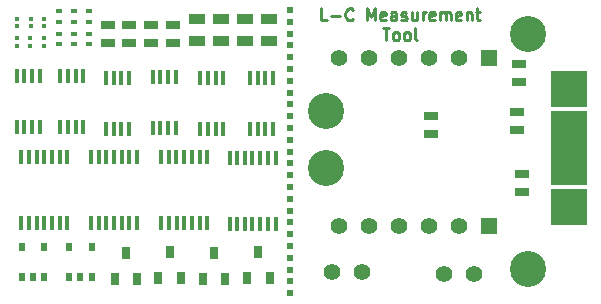
<source format=gts>
G04 (created by PCBNEW (2013-07-07 BZR 4022)-stable) date 1/31/2014 1:18:34 AM*
%MOIN*%
G04 Gerber Fmt 3.4, Leading zero omitted, Abs format*
%FSLAX34Y34*%
G01*
G70*
G90*
G04 APERTURE LIST*
%ADD10C,0.00590551*%
%ADD11C,0.00984252*%
%ADD12R,0.045X0.025*%
%ADD13C,0.055*%
%ADD14C,0.12*%
%ADD15R,0.12X0.12*%
%ADD16R,0.12X0.25*%
%ADD17R,0.055X0.055*%
%ADD18R,0.055X0.035*%
%ADD19R,0.0236X0.0157*%
%ADD20R,0.015748X0.011811*%
%ADD21R,0.015X0.05*%
%ADD22R,0.0118X0.0512*%
%ADD23R,0.0315X0.0394*%
%ADD24R,0.02X0.03*%
%ADD25C,0.023685*%
G04 APERTURE END LIST*
G54D10*
G54D11*
X76271Y-57481D02*
X76080Y-57481D01*
X76080Y-57081D01*
X76404Y-57329D02*
X76709Y-57329D01*
X77128Y-57443D02*
X77109Y-57462D01*
X77052Y-57481D01*
X77014Y-57481D01*
X76957Y-57462D01*
X76919Y-57424D01*
X76900Y-57386D01*
X76880Y-57310D01*
X76880Y-57253D01*
X76900Y-57177D01*
X76919Y-57139D01*
X76957Y-57100D01*
X77014Y-57081D01*
X77052Y-57081D01*
X77109Y-57100D01*
X77128Y-57120D01*
X77604Y-57481D02*
X77604Y-57081D01*
X77738Y-57367D01*
X77871Y-57081D01*
X77871Y-57481D01*
X78214Y-57462D02*
X78176Y-57481D01*
X78100Y-57481D01*
X78061Y-57462D01*
X78042Y-57424D01*
X78042Y-57272D01*
X78061Y-57234D01*
X78100Y-57215D01*
X78176Y-57215D01*
X78214Y-57234D01*
X78233Y-57272D01*
X78233Y-57310D01*
X78042Y-57348D01*
X78576Y-57481D02*
X78576Y-57272D01*
X78557Y-57234D01*
X78519Y-57215D01*
X78442Y-57215D01*
X78404Y-57234D01*
X78576Y-57462D02*
X78538Y-57481D01*
X78442Y-57481D01*
X78404Y-57462D01*
X78385Y-57424D01*
X78385Y-57386D01*
X78404Y-57348D01*
X78442Y-57329D01*
X78538Y-57329D01*
X78576Y-57310D01*
X78747Y-57462D02*
X78785Y-57481D01*
X78861Y-57481D01*
X78900Y-57462D01*
X78919Y-57424D01*
X78919Y-57405D01*
X78900Y-57367D01*
X78861Y-57348D01*
X78804Y-57348D01*
X78766Y-57329D01*
X78747Y-57291D01*
X78747Y-57272D01*
X78766Y-57234D01*
X78804Y-57215D01*
X78861Y-57215D01*
X78900Y-57234D01*
X79261Y-57215D02*
X79261Y-57481D01*
X79090Y-57215D02*
X79090Y-57424D01*
X79109Y-57462D01*
X79147Y-57481D01*
X79204Y-57481D01*
X79242Y-57462D01*
X79261Y-57443D01*
X79452Y-57481D02*
X79452Y-57215D01*
X79452Y-57291D02*
X79471Y-57253D01*
X79490Y-57234D01*
X79528Y-57215D01*
X79566Y-57215D01*
X79852Y-57462D02*
X79814Y-57481D01*
X79738Y-57481D01*
X79700Y-57462D01*
X79680Y-57424D01*
X79680Y-57272D01*
X79700Y-57234D01*
X79738Y-57215D01*
X79814Y-57215D01*
X79852Y-57234D01*
X79871Y-57272D01*
X79871Y-57310D01*
X79680Y-57348D01*
X80042Y-57481D02*
X80042Y-57215D01*
X80042Y-57253D02*
X80061Y-57234D01*
X80100Y-57215D01*
X80157Y-57215D01*
X80195Y-57234D01*
X80214Y-57272D01*
X80214Y-57481D01*
X80214Y-57272D02*
X80233Y-57234D01*
X80271Y-57215D01*
X80328Y-57215D01*
X80366Y-57234D01*
X80385Y-57272D01*
X80385Y-57481D01*
X80728Y-57462D02*
X80690Y-57481D01*
X80614Y-57481D01*
X80576Y-57462D01*
X80557Y-57424D01*
X80557Y-57272D01*
X80576Y-57234D01*
X80614Y-57215D01*
X80690Y-57215D01*
X80728Y-57234D01*
X80747Y-57272D01*
X80747Y-57310D01*
X80557Y-57348D01*
X80919Y-57215D02*
X80919Y-57481D01*
X80919Y-57253D02*
X80938Y-57234D01*
X80976Y-57215D01*
X81033Y-57215D01*
X81071Y-57234D01*
X81090Y-57272D01*
X81090Y-57481D01*
X81223Y-57215D02*
X81376Y-57215D01*
X81280Y-57081D02*
X81280Y-57424D01*
X81300Y-57462D01*
X81338Y-57481D01*
X81376Y-57481D01*
X78119Y-57740D02*
X78347Y-57740D01*
X78233Y-58140D02*
X78233Y-57740D01*
X78538Y-58140D02*
X78500Y-58121D01*
X78480Y-58102D01*
X78461Y-58064D01*
X78461Y-57949D01*
X78480Y-57911D01*
X78500Y-57892D01*
X78538Y-57873D01*
X78595Y-57873D01*
X78633Y-57892D01*
X78652Y-57911D01*
X78671Y-57949D01*
X78671Y-58064D01*
X78652Y-58102D01*
X78633Y-58121D01*
X78595Y-58140D01*
X78538Y-58140D01*
X78900Y-58140D02*
X78861Y-58121D01*
X78842Y-58102D01*
X78823Y-58064D01*
X78823Y-57949D01*
X78842Y-57911D01*
X78861Y-57892D01*
X78900Y-57873D01*
X78957Y-57873D01*
X78995Y-57892D01*
X79014Y-57911D01*
X79033Y-57949D01*
X79033Y-58064D01*
X79014Y-58102D01*
X78995Y-58121D01*
X78957Y-58140D01*
X78900Y-58140D01*
X79261Y-58140D02*
X79223Y-58121D01*
X79204Y-58083D01*
X79204Y-57740D01*
G54D12*
X82760Y-62600D03*
X82760Y-63200D03*
X82680Y-59540D03*
X82680Y-58940D03*
X82600Y-60540D03*
X82600Y-61140D03*
X79720Y-61260D03*
X79720Y-60660D03*
G54D13*
X81180Y-65940D03*
X80180Y-65940D03*
G54D14*
X82960Y-57920D03*
X82960Y-65760D03*
G54D15*
X84320Y-59770D03*
G54D16*
X84320Y-61740D03*
G54D15*
X84320Y-63710D03*
G54D14*
X76220Y-60500D03*
X76220Y-62400D03*
G54D17*
X81680Y-64340D03*
G54D13*
X80680Y-64340D03*
X79680Y-64340D03*
X78680Y-64340D03*
X77680Y-64340D03*
X76680Y-64340D03*
G54D17*
X81680Y-58740D03*
G54D13*
X80680Y-58740D03*
X79680Y-58740D03*
X78680Y-58740D03*
X77680Y-58740D03*
X76680Y-58740D03*
G54D18*
X74320Y-58175D03*
X74320Y-57425D03*
X73520Y-58175D03*
X73520Y-57425D03*
X72720Y-58175D03*
X72720Y-57425D03*
G54D12*
X70400Y-58220D03*
X70400Y-57620D03*
X69680Y-58220D03*
X69680Y-57620D03*
X68960Y-58220D03*
X68960Y-57620D03*
G54D19*
X68340Y-58277D03*
X68340Y-57923D03*
X67840Y-58277D03*
X67840Y-57923D03*
X67340Y-58277D03*
X67340Y-57923D03*
G54D20*
X66820Y-58318D03*
X66820Y-58081D03*
X66380Y-58318D03*
X66380Y-58081D03*
X65940Y-58318D03*
X65940Y-58081D03*
G54D21*
X73696Y-61090D03*
X73952Y-61090D03*
X74208Y-61090D03*
X74464Y-61090D03*
X74464Y-59390D03*
X74208Y-59390D03*
X73952Y-59390D03*
X73696Y-59390D03*
X72036Y-61090D03*
X72292Y-61090D03*
X72548Y-61090D03*
X72804Y-61090D03*
X72804Y-59390D03*
X72548Y-59390D03*
X72292Y-59390D03*
X72036Y-59390D03*
X70456Y-61070D03*
X70712Y-61070D03*
X70968Y-61070D03*
X71224Y-61070D03*
X71224Y-59370D03*
X70968Y-59370D03*
X70712Y-59370D03*
X70456Y-59370D03*
X68896Y-61090D03*
X69152Y-61090D03*
X69408Y-61090D03*
X69664Y-61090D03*
X69664Y-59390D03*
X69408Y-59390D03*
X69152Y-59390D03*
X68896Y-59390D03*
X67376Y-61050D03*
X67632Y-61050D03*
X67888Y-61050D03*
X68144Y-61050D03*
X68144Y-59350D03*
X67888Y-59350D03*
X67632Y-59350D03*
X67376Y-59350D03*
X65916Y-61050D03*
X66172Y-61050D03*
X66428Y-61050D03*
X66684Y-61050D03*
X66684Y-59350D03*
X66428Y-59350D03*
X66172Y-59350D03*
X65916Y-59350D03*
G54D22*
X73020Y-64260D03*
X73270Y-64260D03*
X73530Y-64260D03*
X73780Y-64260D03*
X74040Y-64260D03*
X74295Y-64260D03*
X74550Y-64260D03*
X74550Y-62060D03*
X74295Y-62060D03*
X74040Y-62060D03*
X73780Y-62060D03*
X73525Y-62060D03*
X73270Y-62060D03*
X73015Y-62060D03*
X70740Y-64240D03*
X70990Y-64240D03*
X71250Y-64240D03*
X71500Y-64240D03*
X71760Y-64240D03*
X72015Y-64240D03*
X72270Y-64240D03*
X72270Y-62040D03*
X72015Y-62040D03*
X71760Y-62040D03*
X71500Y-62040D03*
X71245Y-62040D03*
X70990Y-62040D03*
X70735Y-62040D03*
X68400Y-64240D03*
X68650Y-64240D03*
X68910Y-64240D03*
X69160Y-64240D03*
X69420Y-64240D03*
X69675Y-64240D03*
X69930Y-64240D03*
X69930Y-62040D03*
X69675Y-62040D03*
X69420Y-62040D03*
X69160Y-62040D03*
X68905Y-62040D03*
X68650Y-62040D03*
X68395Y-62040D03*
X66080Y-64240D03*
X66330Y-64240D03*
X66590Y-64240D03*
X66840Y-64240D03*
X67100Y-64240D03*
X67355Y-64240D03*
X67610Y-64240D03*
X67610Y-62040D03*
X67355Y-62040D03*
X67100Y-62040D03*
X66840Y-62040D03*
X66585Y-62040D03*
X66330Y-62040D03*
X66075Y-62040D03*
G54D20*
X65940Y-57658D03*
X65940Y-57421D03*
X66400Y-57658D03*
X66400Y-57421D03*
X66820Y-57658D03*
X66820Y-57421D03*
G54D19*
X67340Y-57517D03*
X67340Y-57163D03*
X67840Y-57537D03*
X67840Y-57183D03*
X68340Y-57537D03*
X68340Y-57183D03*
G54D12*
X71120Y-58220D03*
X71120Y-57620D03*
G54D18*
X71920Y-58175D03*
X71920Y-57425D03*
G54D13*
X76420Y-65880D03*
X77420Y-65880D03*
G54D23*
X73980Y-65207D03*
X74355Y-66073D03*
X73605Y-66073D03*
X72500Y-65227D03*
X72875Y-66093D03*
X72125Y-66093D03*
X71020Y-65207D03*
X71395Y-66073D03*
X70645Y-66073D03*
X69560Y-65227D03*
X69935Y-66093D03*
X69185Y-66093D03*
G54D24*
X66085Y-66040D03*
X66835Y-66040D03*
X66085Y-65040D03*
X66460Y-66040D03*
X66835Y-65040D03*
X67665Y-66040D03*
X68415Y-66040D03*
X67665Y-65040D03*
X68040Y-66040D03*
X68415Y-65040D03*
G54D25*
X75040Y-58313D03*
X75040Y-57920D03*
X75040Y-57526D03*
X75040Y-59493D03*
X75040Y-59100D03*
X75040Y-58706D03*
X75040Y-57140D03*
X75040Y-60673D03*
X75040Y-60280D03*
X75040Y-59886D03*
X75040Y-61853D03*
X75040Y-61460D03*
X75040Y-61066D03*
X75040Y-63033D03*
X75040Y-62640D03*
X75040Y-62246D03*
X75040Y-64213D03*
X75040Y-63820D03*
X75040Y-63426D03*
X75040Y-65393D03*
X75040Y-65000D03*
X75040Y-64606D03*
X75040Y-66573D03*
X75040Y-66180D03*
X75040Y-65786D03*
M02*

</source>
